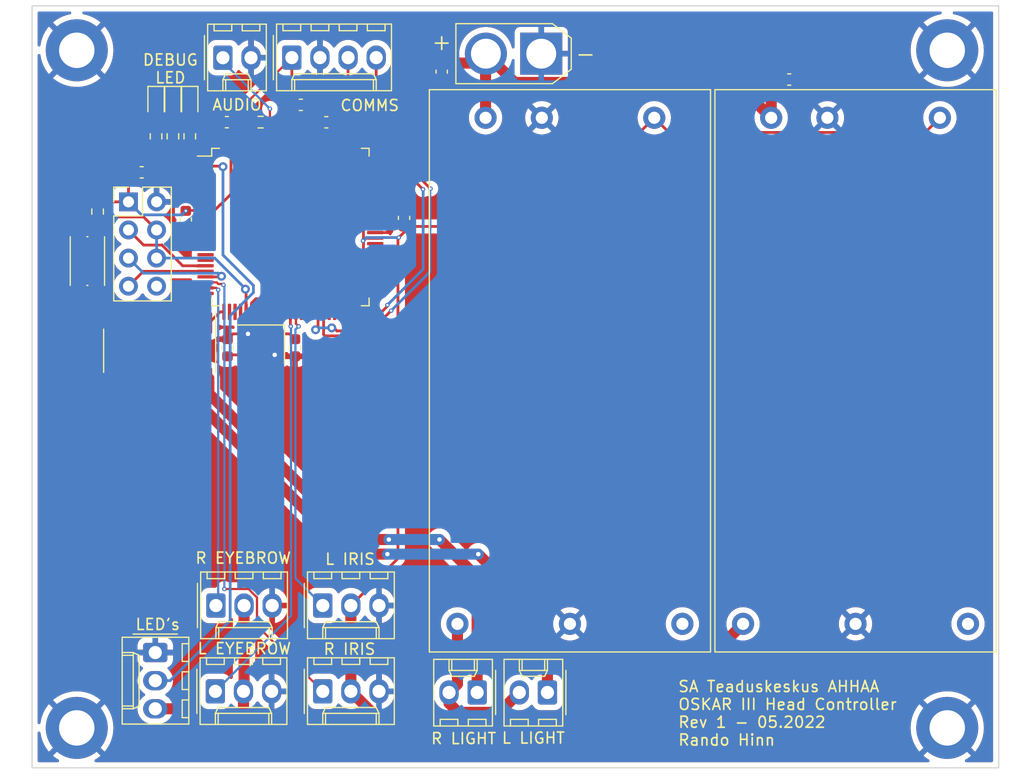
<source format=kicad_pcb>
(kicad_pcb (version 20211014) (generator pcbnew)
  (layers (0 "F.Cu" signal) (31 "B.Cu" signal) (34 "B.Paste" user) (35 "F.Paste" user) (36 "B.SilkS" user "B.Silkscreen") (37 "F.SilkS" user "F.Silkscreen") (38 "B.Mask" user) (39 "F.Mask" user) (44 "Edge.Cuts" user))
  (net 0 "")
  (net 2 "Net-(J7-Pad1)")
  (net 3 "Net-(U1-Pad3)")
  (net 8 "+5V")
  (net 9 "GND")
  (net 18 "/PX_LED")
  (net 19 "/SCK")
  (net 20 "/R_IRIS")
  (net 21 "/R_BROW")
  (net 22 "/L_LIGHT_PWM")
  (net 26 "/RESET")
  (net 27 "/XTAL2")
  (net 28 "/XTAL1")
  (net 32 "/L_BROW")
  (net 33 "/L_IRIS")
  (net 37 "/MOSI")
  (net 38 "/MISO")
  (net 87 "/SCL")
  (net 88 "/R_LIGHT_PWM")
  (net 100 "/R_LIGHT")
  (net 101 "/L_LIGHT")
  (net 102 "/SDA")
  (net 103 "/A_IN")
  (net 104 "+15V")
  (net 107 "Net-(D1-Pad2)")
  (net 108 "+48V")
  (net 110 "Net-(D2-Pad2)")
  (net 111 "Net-(U1-Pad5)")
  (net 112 "Net-(D3-Pad2)")
  (net 113 "Net-(U1-Pad4)")
  (footprint "Connector_Molex:Molex_KK-254_AE-6410-03A_1x03_P2.54mm_Vertical" (layer "F.Cu") (at 121.138 105.0544 -90)
    (fp_text reference "J5" hide)
    (fp_text value "Conn_01x03_Male")
  )
  (footprint "Oskar:MPRB4812LD-30W" (layer "F.Cu") (at 158.2976 79.6036 -90)
    (fp_text reference "U3" hide)
    (fp_text value "MPRB4815LD-30W")
  )
  (footprint "MountingHole:MountingHole_3.2mm_M3_DIN965_Pad_TopBottom" (layer "F.Cu") (at 114.046 50.6476)
    (fp_text reference "H2" hide)
    (fp_text value "MountingHole_Pad")
  )
  (footprint "Capacitor_SMD:C_0603_1608Metric" (layer "F.Cu") (at 127.66489 77.51905 -90)
    (fp_text reference "C8" hide)
    (fp_text value "TBD")
  )
  (footprint "Connector_Molex:Molex_KK-254_AE-6410-03A_1x03_P2.54mm_Vertical" (layer "F.Cu") (at 136.27044 100.8072)
    (fp_text reference "M1" hide)
    (fp_text value "Motor_Servo")
  )
  (footprint "LED_SMD:LED_0603_1608Metric" (layer "F.Cu") (at 122.7328 55.3973 -90)
    (fp_text reference "D2" hide)
    (fp_text value "LED_Small")
  )
  (footprint "Capacitor_SMD:C_0603_1608Metric" (layer "F.Cu") (at 123.89649 65.92865 90)
    (fp_text reference "C2" hide)
    (fp_text value "10u")
  )
  (footprint "Capacitor_SMD:C_0603_1608Metric" (layer "F.Cu") (at 119.91284 61.6712 180)
    (fp_text reference "C4" hide)
    (fp_text value "10u")
  )
  (footprint "Connector_Molex:Molex_KK-254_AE-6410-02A_1x02_P2.54mm_Vertical" (layer "F.Cu") (at 156.5656 108.6612 180)
    (fp_text reference "J3" hide)
    (fp_text value "Conn_01x02_Male")
  )
  (footprint "Connector_Molex:Molex_KK-254_AE-6410-03A_1x03_P2.54mm_Vertical" (layer "F.Cu") (at 136.27044 108.5596)
    (fp_text reference "M3" hide)
    (fp_text value "Motor_Servo")
  )
  (footprint "Capacitor_SMD:C_0603_1608Metric" (layer "F.Cu") (at 133.76089 77.51905 90)
    (fp_text reference "C7" hide)
    (fp_text value "TBD")
  )
  (footprint "LED_SMD:LED_0603_1608Metric" (layer "F.Cu") (at 124.2568 55.3974 -90)
    (fp_text reference "D1" hide)
    (fp_text value "LED_Small")
  )
  (footprint "Connector_Molex:Molex_KK-254_AE-6410-02A_1x02_P2.54mm_Vertical" (layer "F.Cu") (at 127.24929 51.31825)
    (fp_text reference "J7" hide)
    (fp_text value "Conn_01x02_Male")
  )
  (footprint "Capacitor_SMD:C_0603_1608Metric" (layer "F.Cu") (at 136.5882 57.15)
    (fp_text reference "C3" hide)
    (fp_text value "10u")
  )
  (footprint "Connector_Molex:Molex_KK-254_AE-6410-02A_1x02_P2.54mm_Vertical" (layer "F.Cu") (at 150.2156 108.6612 180)
    (fp_text reference "J4" hide)
    (fp_text value "Conn_01x02_Male")
  )
  (footprint "Resistor_SMD:R_0603_1608Metric" (layer "F.Cu") (at 124.2568 58.42 90)
    (fp_text reference "R3" hide)
    (fp_text value "R_Small")
  )
  (footprint "Capacitor_SMD:C_0603_1608Metric" (layer "F.Cu") (at 178.4096 53.2892 180)
    (fp_text reference "C11" hide)
    (fp_text value "10u")
  )
  (footprint "Capacitor_SMD:C_0603_1608Metric" (layer "F.Cu") (at 127.60489 57.14025)
    (fp_text reference "C6" hide)
    (fp_text value "10u")
  )
  (footprint "Connector_Molex:Molex_KK-254_AE-6410-03A_1x03_P2.54mm_Vertical" (layer "F.Cu") (at 126.61844 100.8072)
    (fp_text reference "M4" hide)
    (fp_text value "Motor_Servo")
  )
  (footprint "Resistor_SMD:R_0603_1608Metric" (layer "F.Cu") (at 121.2088 58.42 90)
    (fp_text reference "R5" hide)
    (fp_text value "R_Small")
  )
  (footprint "MountingHole:MountingHole_3.2mm_M3_DIN965_Pad_TopBottom" (layer "F.Cu") (at 192.6844 50.6476)
    (fp_text reference "H4" hide)
    (fp_text value "MountingHole_Pad")
  )
  (footprint "Crystal:Crystal_SMD_SeikoEpson_FA238V-4Pin_3.2x2.5mm" (layer "F.Cu") (at 130.71289 77.21425 180)
    (fp_text reference "Y1" hide)
    (fp_text value "16 MHz")
  )
  (footprint "LED_SMD:LED_0603_1608Metric" (layer "F.Cu") (at 121.2088 55.3973 -90)
    (fp_text reference "D3" hide)
    (fp_text value "LED_Small")
  )
  (footprint "Capacitor_SMD:C_0603_1608Metric" (layer "F.Cu") (at 143.6116 65.786 -90)
    (fp_text reference "C1" hide)
    (fp_text value "10u")
  )
  (footprint "MountingHole:MountingHole_3.2mm_M3_DIN965_Pad_TopBottom" (layer "F.Cu") (at 114.046 111.8616)
    (fp_text reference "H1" hide)
    (fp_text value "MountingHole_Pad")
  )
  (footprint "Resistor_SMD:R_0603_1608Metric" (layer "F.Cu") (at 130.65289 57.14025 180)
    (fp_text reference "R2" hide)
    (fp_text value "R_Small")
  )
  (footprint "Connector_Molex:Molex_KK-254_AE-6410-03A_1x03_P2.54mm_Vertical" (layer "F.Cu") (at 126.56764 108.5596)
    (fp_text reference "M2" hide)
    (fp_text value "Motor_Servo")
  )
  (footprint "Capacitor_SMD:C_0603_1608Metric" (layer "F.Cu") (at 147.0152 52.578 90)
    (fp_text reference "C9" hide)
    (fp_text value "10u")
  )
  (footprint "Capacitor_SMD:C_0603_1608Metric" (layer "F.Cu") (at 134.28924 55.5752 180)
    (fp_text reference "C10" hide)
    (fp_text value "10u")
  )
  (footprint "Connector_PinHeader_2.54mm:PinHeader_2x04_P2.54mm_Vertical" (layer "F.Cu") (at 118.717945 64.33845)
    (fp_text reference "J1" hide)
    (fp_text value "Conn_02x04_Odd_Even")
  )
  (footprint "MountingHole:MountingHole_3.2mm_M3_DIN965_Pad_TopBottom" (layer "F.Cu") (at 192.6844 111.8616)
    (fp_text reference "H3" hide)
    (fp_text value "MountingHole_Pad")
  )
  (footprint "Connector_AMASS:AMASS_XT30U-M_1x02_P5.0mm_Vertical" (layer "F.Cu") (at 156.0068 50.9524 180)
    (fp_text reference "J2" hide)
    (fp_text value "Conn_01x02_Male")
  )
  (footprint "Resistor_SMD:R_0603_1608Metric" (layer "F.Cu") (at 122.7328 58.42 90)
    (fp_text reference "R4" hide)
    (fp_text value "R_Small")
  )
  (footprint "Package_QFP:TQFP-100_14x14mm_P0.5mm" (layer "F.Cu") (at 133.34529 66.61445)
    (fp_text reference "U1" hide)
    (fp_text value "ATmega2560-16A")
  )
  (footprint "Package_SO:SOP-16_3.9x9.9mm_P1.27mm" (layer "F.Cu") (at 121.53429 77.79045 -90)
    (fp_text reference "U2" hide)
    (fp_text value "ULN2003A")
  )
  (footprint "Connector_Molex:Molex_KK-254_AE-6410-04A_1x04_P2.54mm_Vertical" (layer "F.Cu") (at 133.47644 51.308)
    (fp_text reference "J6" hide)
    (fp_text value "Conn_01x04_Male")
  )
  (footprint "Button_Switch_SMD:SW_Push_1P1T_NO_CK_KMR2" (layer "F.Cu") (at 115.00649 69.68785 90)
    (fp_text reference "SW1" hide)
    (fp_text value "SW_Push")
  )
  (footprint "Oskar:MPRB4812LD-30W" (layer "F.Cu") (at 184.0992 79.6036 -90)
    (fp_text reference "U4" hide)
    (fp_text value "MPRB4805LD-30W")
  )
  (footprint "Resistor_SMD:R_0603_1608Metric" (layer "F.Cu") (at 115.928945 65.21745 -90)
    (fp_text reference "R1" hide)
    (fp_text value "10k")
  )
  (gr_rect (start 110.0074 46.6344) (end 197.3326 115.4684) (layer "Edge.Cuts") (width 0.1) (fill none))
  (gr_text "L LIGHT" (at 155.2956 112.776) (layer "F.SilkS") (effects (font (size 1 1))))
  (gr_text "LED's" (at 121.3612 102.5144) (layer "F.SilkS") (effects (font (size 1 1))))
  (gr_text "AUDIO" (at 128.524 55.5752) (layer "F.SilkS") (effects (font (size 1 1))))
  (gr_text "R LIGHT" (at 148.9964 112.8268) (layer "F.SilkS") (effects (font (size 1 1))))
  (gr_text "R IRIS" (at 138.684 104.7496) (layer "F.SilkS") (effects (font (size 1 1))))
  (gr_text "SA Teaduskeskus AHHAA\nOSKAR III Head Controller\nRev 1 - 05.2022\nRando Hinn" (at 168.3004 110.5408) (layer "F.SilkS") (effects (font (size 1 1)) (justify left)))
  (gr_text "COMMS" (at 140.5128 55.626) (layer "F.SilkS") (effects (font (size 1 1))))
  (gr_text "L IRIS" (at 138.7348 96.6216) (layer "F.SilkS") (effects (font (size 1 1))))
  (gr_text "L EYEBROW" (at 129.1844 104.6988) (layer "F.SilkS") (effects (font (size 1 1))))
  (gr_text "R EYEBROW" (at 129.0828 96.52) (layer "F.SilkS") (effects (font (size 1 1))))
  (gr_text "DEBUG\nLED" (at 122.5042 52.324) (layer "F.SilkS") (effects (font (size 1 1))))
  (segment (start 131.49524 55.9308) (end 131.49524 57.1229) (width 0.2) (layer "F.Cu") (net 2))
  (segment (start 127.26149 51.33045) (end 127.24929 51.31825) (width 0.25) (layer "F.Cu") (net 2))
  (segment (start 131.49524 57.1229) (end 131.47789 57.14025) (width 0.2) (layer "F.Cu") (net 2))
  (via (at 131.49524 55.9308) (size 0.4) (drill 0.2) (layers "F.Cu" "B.Cu") (net 2))
  (segment (start 127.24929 51.31825) (end 127.24929 51.68485) (width 0.2) (layer "B.Cu") (net 2))
  (segment (start 127.24929 51.68485) (end 131.49524 55.9308) (width 0.2) (layer "B.Cu") (net 2))
  (segment (start 124.2568 60.990966) (end 124.880284 61.61445) (width 0.25) (layer "F.Cu") (net 3))
  (segment (start 124.2568 59.245) (end 124.2568 60.990966) (width 0.25) (layer "F.Cu") (net 3))
  (segment (start 124.880284 61.61445) (end 125.68279 61.61445) (width 0.25) (layer "F.Cu") (net 3))
  (segment (start 166.2176 56.7436) (end 156.4002 66.561) (width 0.25) (layer "F.Cu") (net 8))
  (segment (start 139.94577 67.873964) (end 139.94577 72.78313) (width 0.25) (layer "F.Cu") (net 8))
  (segment (start 139.94577 60.28633) (end 139.84769 60.18825) (width 0.25) (layer "F.Cu") (net 8))
  (segment (start 129.5172 111.65524) (end 141.90608 111.65524) (width 1) (layer "F.Cu") (net 8))
  (segment (start 127.978511 63.639089) (end 127.978511 60.266789) (width 0.25) (layer "F.Cu") (net 8))
  (segment (start 124.26164 110.1344) (end 121.138 110.1344) (width 1) (layer "F.Cu") (net 8))
  (segment (start 140.205284 67.61445) (end 139.94577 67.873964) (width 0.25) (layer "F.Cu") (net 8))
  (segment (start 123.89649 65.15365) (end 123.93569 65.11445) (width 0.25) (layer "F.Cu") (net 8))
  (segment (start 128.34529 59.754456) (end 128.34529 58.95195) (width 0.25) (layer "F.Cu") (net 8))
  (segment (start 130.228284 73.09145) (end 129.84529 73.474444) (width 0.25) (layer "F.Cu") (net 8))
  (segment (start 128.779084 60.18825) (end 128.05705 60.18825) (width 0.25) (layer "F.Cu") (net 8))
  (segment (start 141.00779 67.61445) (end 140.205284 67.61445) (width 0.25) (layer "F.Cu") (net 8))
  (segment (start 125.78248 111.65524) (end 129.5172 111.65524) (width 1) (layer "F.Cu") (net 8))
  (segment (start 115.928945 64.39245) (end 115.982945 64.33845) (width 0.25) (layer "F.Cu") (net 8))
  (segment (start 129.15844 100.8072) (end 129.15844 108.5088) (width 1) (layer "F.Cu") (net 8))
  (segment (start 128.779084 60.18825) (end 128.34529 59.754456) (width 0.25) (layer "F.Cu") (net 8))
  (segment (start 138.81044 100.8072) (end 143.06228 96.55536) (width 0.25) (layer "F.Cu") (net 8))
  (segment (start 129.84529 73.474444) (end 129.84529 74.27695) (width 0.25) (layer "F.Cu") (net 8))
  (segment (start 143.06228 67.63898) (end 143.13726 67.564) (width 0.25) (layer "F.Cu") (net 8))
  (segment (start 137.34529 59.754456) (end 137.34529 58.95195) (width 0.25) (layer "F.Cu") (net 8))
  (segment (start 133.47644 51.308) (end 133.47644 55.5374) (width 0.25) (layer "F.Cu") (net 8))
  (segment (start 129.10764 111.24568) (end 129.5172 111.65524) (width 1) (layer "F.Cu") (net 8))
  (segment (start 126.99529 64.604456) (end 127.013144 64.604456) (width 0.25) (layer "F.Cu") (net 8))
  (segment (start 139.94577 67.873964) (end 139.94577 60.28633) (width 0.25) (layer "F.Cu") (net 8))
  (segment (start 139.64449 73.09145) (end 130.228284 73.09145) (width 0.25) (layer "F.Cu") (net 8))
  (segment (start 127.013144 64.604456) (end 127.978511 63.639089) (width 0.25) (layer "F.Cu") (net 8))
  (segment (start 128.34529 57.17485) (end 128.37989 57.14025) (width 0.25) (layer "F.Cu") (net 8))
  (segment (start 123.537179 65.512961) (end 123.89649 65.15365) (width 0.25) (layer "F.Cu") (net 8))
  (segment (start 115.982945 64.33845) (end 118.717945 64.33845) (width 0.25) (layer "F.Cu") (net 8))
  (segment (start 118.717945 64.33845) (end 118.717945 62.091095) (width 0.25) (layer "F.Cu") (net 8))
  (segment (start 125.68279 65.11445) (end 126.485296 65.11445) (width 0.25) (layer "F.Cu") (net 8))
  (segment (start 123.93569 65.11445) (end 125.68279 65.11445) (width 0.25) (layer "F.Cu") (net 8))
  (segment (start 138.81044 100.8072) (end 138.81044 108.5596) (width 1) (layer "F.Cu") (net 8))
  (segment (start 127.34529 59.754456) (end 127.779084 60.18825) (width 0.25) (layer "F.Cu") (net 8))
  (segment (start 128.34529 58.95195) (end 128.34529 57.17485) (width 0.25) (layer "F.Cu") (net 8))
  (segment (start 133.47644 55.5374) (end 133.51424 55.5752) (width 0.25) (layer "F.Cu") (net 8))
  (segment (start 139.84769 60.18825) (end 137.779084 60.18825) (width 0.25) (layer "F.Cu") (net 8))
  (segment (start 128.37989 56.40455) (end 133.47644 51.308) (width 0.2) (layer "F.Cu") (net 8))
  (segment (start 165.04756 111.65524) (end 174.2392 102.4636) (width 1) (layer "F.Cu") (net 8))
  (segment (start 137.34529 58.95195) (end 137.34529 57.16791) (width 0.25) (layer "F.Cu") (net 8))
  (segment (start 127.779084 60.18825) (end 128.05705 60.18825) (width 0.25) (layer "F.Cu") (net 8))
  (segment (start 118.717945 62.091095) (end 119.13784 61.6712) (width 0.25) (layer "F.Cu") (net 8))
  (segment (start 138.81044 108.5596) (end 141.90608 111.65524) (width 1) (layer "F.Cu") (net 8))
  (segment (start 127.978511 60.266789) (end 128.05705 60.18825) (width 0.25) (layer "F.Cu") (net 8))
  (segment (start 128.37989 57.14025) (end 128.37989 56.40455) (width 0.2) (layer "F.Cu") (net 8))
  (segment (start 139.94929 72.78665) (end 139.64449 73.09145) (width 0.25) (layer "F.Cu") (net 8))
  (segment (start 126.485296 65.11445) (end 126.99529 64.604456) (width 0.25) (layer "F.Cu") (net 8))
  (segment (start 143.06228 96.55536) (end 143.06228 67.63898) (width 0.25) (layer "F.Cu") (net 8))
  (segment (start 139.94577 72.78313) (end 139.94929 72.78665) (width 0.25) (layer "F.Cu") (net 8))
  (segment (start 156.4002 66.561) (end 143.6116 66.561) (width 0.25) (layer "F.Cu") (net 8))
  (segment (start 127.34529 58.95195) (end 127.34529 59.754456) (width 0.25) (layer "F.Cu") (net 8))
  (segment (start 190.694689 58.068111) (end 167.542111 58.068111) (width 0.25) (layer "F.Cu") (net 8))
  (segment (start 129.10764 108.5596) (end 129.10764 111.24568) (width 1) (layer "F.Cu") (net 8))
  (segment (start 137.34529 57.16791) (end 137.3632 57.15) (width 0.25) (layer "F.Cu") (net 8))
  (segment (start 143.6116 66.561) (end 143.6116 67.08966) (width 0.25) (layer "F.Cu") (net 8))
  (segment (start 143.6116 67.08966) (end 143.13726 67.564) (width 0.25) (layer "F.Cu") (net 8))
  (segment (start 167.542111 58.068111) (end 166.2176 56.7436) (width 0.25) (layer "F.Cu") (net 8))
  (segment (start 137.779084 60.18825) (end 128.779084 60.18825) (width 0.25) (layer "F.Cu") (net 8))
  (segment (start 141.90608 111.65524) (end 165.04756 111.65524) (width 1) (layer "F.Cu") (net 8))
  (segment (start 137.779084 60.18825) (end 137.34529 59.754456) (width 0.25) (layer "F.Cu") (net 8))
  (segment (start 125.78248 111.65524) (end 124.26164 110.1344) (width 1) (layer "F.Cu") (net 8))
  (segment (start 129.15844 108.5088) (end 129.10764 108.5596) (width 1) (layer "F.Cu") (net 8))
  (segment (start 192.0192 56.7436) (end 190.694689 58.068111) (width 0.25) (layer "F.Cu") (net 8))
  (via blind (at 143.13726 67.564) (size 0.4) (drill 0.2) (layers "F.Cu" "B.Cu") (net 8))
  (via (at 123.89649 65.15365) (size 0.4) (drill 0.2) (layers "F.Cu" "B.Cu") (net 8))
  (via blind (at 139.906909 67.857867) (size 0.4) (drill 0.2) (layers "F.Cu" "B.Cu") (net 8))
  (segment (start 123.537179 65.512961) (end 123.89649 65.15365) (width 0.25) (layer "B.Cu") (net 8))
  (segment (start 143.13726 67.564) (end 140.200776 67.564) (width 0.25) (layer "B.Cu") (net 8))
  (segment (start 140.200776 67.564) (end 139.906909 67.857867) (width 0.25) (layer "B.Cu") (net 8))
  (segment (start 118.717945 64.33845) (end 119.892456 65.512961) (width 0.25) (layer "B.Cu") (net 8))
  (segment (start 119.892456 65.512961) (end 123.537179 65.512961) (width 0.25) (layer "B.Cu") (net 8))
  (segment (start 121.257945 62.241305) (end 121.257945 64.33845) (width 0.25) (layer "F.Cu") (net 9))
  (segment (start 130.34529 74.27695) (end 130.34529 75.43185) (width 0.25) (layer "F.Cu") (net 9))
  (segment (start 135.06424 56.40104) (end 135.8132 57.15) (width 0.25) (layer "F.Cu") (net 9))
  (segment (start 123.89649 66.598244) (end 124.880284 65.61445) (width 0.25) (layer "F.Cu") (net 9))
  (segment (start 127.84529 58.149444) (end 127.84529 58.95195) (width 0.25) (layer "F.Cu") (net 9))
  (segment (start 133.76089 78.29405) (end 131.54269 78.29405) (width 0.25) (layer "F.Cu") (net 9))
  (segment (start 126.82989 57.14025) (end 126.836096 57.14025) (width 0.25) (layer "F.Cu") (net 9))
  (segment (start 123.89649 66.70365) (end 123.89649 66.598244) (width 0.25) (layer "F.Cu") (net 9))
  (segment (start 124.880284 65.61445) (end 125.68279 65.61445) (width 0.25) (layer "F.Cu") (net 9))
  (segment (start 126.836096 57.14025) (end 127.84529 58.149444) (width 0.25) (layer "F.Cu") (net 9))
  (segment (start 130.34529 75.43185) (end 129.51289 76.26425) (width 0.25) (layer "F.Cu") (net 9))
  (segment (start 142.13075 67.11445) (end 142.13075 66.49185) (width 0.25) (layer "F.Cu") (net 9))
  (segment (start 136.84529 58.95195) (end 136.84529 58.149444) (width 0.25) (layer "F.Cu") (net 9))
  (segment (start 129.51289 76.26425) (end 128.14469 76.26425) (width 0.25) (layer "F.Cu") (net 9))
  (segment (start 136.84529 58.149444) (end 135.845846 57.15) (width 0.25) (layer "F.Cu") (net 9))
  (segment (start 131.91289 78.16425) (end 131.92589 78.16425) (width 0.25) (layer "F.Cu") (net 9))
  (segment (start 120.68784 61.6712) (end 121.257945 62.241305) (width 0.25) (layer "F.Cu") (net 9))
  (segment (start 135.845846 57.15) (end 135.8132 57.15) (width 0.25) (layer "F.Cu") (net 9))
  (segment (start 135.06424 55.5752) (end 135.06424 56.40104) (width 0.25) (layer "F.Cu") (net 9))
  (segment (start 142.13075 66.49185) (end 143.6116 65.011) (width 0.25) (layer "F.Cu") (net 9))
  (segment (start 128.14469 76.26425) (end 127.66489 76.74405) (width 0.25) (layer "F.Cu") (net 9))
  (segment (start 141.00779 67.11445) (end 142.13075 67.11445) (width 0.25) (layer "F.Cu") (net 9))
  (via (at 131.92589 78.16425) (size 0.8) (drill 0.4) (layers "F.Cu" "B.Cu") (net 9))
  (via (at 129.51289 76.26425) (size 0.8) (drill 0.4) (layers "F.Cu" "B.Cu") (net 9))
  (segment (start 131.92589 78.16425) (end 131.41289 78.16425) (width 0.25) (layer "B.Cu") (net 9))
  (segment (start 131.41289 78.16425) (end 129.51289 76.26425) (width 0.25) (layer "B.Cu") (net 9))
  (segment (start 125.68279 61.11445) (end 127.20525 61.11445) (width 0.25) (layer "F.Cu") (net 18))
  (segment (start 127.20525 61.11445) (end 127.254 61.1632) (width 0.25) (layer "F.Cu") (net 18))
  (via blind (at 127.254 61.1632) (size 0.8) (drill 0.4) (layers "F.Cu" "B.Cu") (net 18))
  (segment (start 130.005801 71.890601) (end 130.005801 72.527953) (width 0.25) (layer "B.Cu") (net 18))
  (segment (start 123.5964 106.4768) (end 122.91312 107.16008) (width 0.25) (layer "B.Cu") (net 18))
  (segment (start 127.254 61.1632) (end 127.254 69.1388) (width 0.25) (layer "B.Cu") (net 18))
  (segment (start 127.904951 102.168249) (end 123.5964 106.4768) (width 0.25) (layer "B.Cu") (net 18))
  (segment (start 121.138 107.5944) (end 122.4788 107.5944) (width 0.25) (layer "B.Cu") (net 18))
  (segment (start 127.904951 74.628803) (end 127.904951 102.168249) (width 0.25) (layer "B.Cu") (net 18))
  (segment (start 130.005801 72.527953) (end 127.904951 74.628803) (width 0.25) (layer "B.Cu") (net 18))
  (segment (start 122.4788 107.5944) (end 123.5964 106.4768) (width 0.25) (layer "B.Cu") (net 18))
  (segment (start 127.254 69.1388) (end 130.005801 71.890601) (width 0.25) (layer "B.Cu") (net 18))
  (segment (start 123.614955 70.11445) (end 125.32719 70.11445) (width 0.25) (layer "F.Cu") (net 19))
  (segment (start 118.717945 66.87845) (end 120.083434 68.243939) (width 0.25) (layer "F.Cu") (net 19))
  (segment (start 120.083434 68.243939) (end 121.744444 68.243939) (width 0.25) (layer "F.Cu") (net 19))
  (segment (start 124.880284 70.11445) (end 125.68279 70.11445) (width 0.25) (layer "F.Cu") (net 19))
  (segment (start 121.744444 68.243939) (end 123.614955 70.11445) (width 0.25) (layer "F.Cu") (net 19))
  (segment (start 136.27044 108.5596) (end 130.32796 102.61712) (width 0.2) (layer "F.Cu") (net 20))
  (segment (start 130.32796 102.61712) (end 130.32796 100.07712) (width 0.2) (layer "F.Cu") (net 20))
  (segment (start 127.216207 71.758961) (end 127.296899 71.839653) (width 0.2) (layer "F.Cu") (net 20))
  (segment (start 126.832542 71.758961) (end 127.216207 71.758961) (width 0.2) (layer "F.Cu") (net 20))
  (segment (start 130.32796 100.07712) (end 129.56484 99.314) (width 0.2) (layer "F.Cu") (net 20))
  (segment (start 126.688031 71.61445) (end 126.832542 71.758961) (width 0.2) (layer "F.Cu") (net 20))
  (segment (start 129.56484 99.314) (end 127.38044 99.314) (width 0.2) (layer "F.Cu") (net 20))
  (segment (start 125.68279 71.61445) (end 126.688031 71.61445) (width 0.2) (layer "F.Cu") (net 20))
  (via blind (at 127.296899 71.839653) (size 0.4) (drill 0.2) (layers "F.Cu" "B.Cu") (net 20))
  (via (at 127.38044 99.314) (size 0.4) (drill 0.2) (layers "F.Cu" "B.Cu") (net 20))
  (segment (start 127.38044 99.314) (end 127.38044 71.923194) (width 0.2) (layer "B.Cu") (net 20))
  (segment (start 127.38044 71.923194) (end 127.296899 71.839653) (width 0.2) (layer "B.Cu") (net 20))
  (segment (start 126.64769 72.11445) (end 126.82164 72.2884) (width 0.2) (layer "F.Cu") (net 21))
  (segment (start 125.68279 72.11445) (end 126.64769 72.11445) (width 0.2) (layer "F.Cu") (net 21))
  (via blind (at 126.82164 72.2884) (size 0.4) (drill 0.2) (layers "F.Cu" "B.Cu") (net 21))
  (segment (start 126.82164 100.604) (end 126.61844 100.8072) (width 0.2) (layer "B.Cu") (net 21))
  (segment (start 126.82164 72.2884) (end 126.82164 100.604) (width 0.2) (layer "B.Cu") (net 21))
  (segment (start 124.70929 73.58795) (end 125.68279 72.61445) (width 0.25) (layer "F.Cu") (net 22))
  (segment (start 124.70929 75.29045) (end 124.70929 73.58795) (width 0.25) (layer "F.Cu") (net 22))
  (segment (start 115.928945 66.04245) (end 115.928945 67.515395) (width 0.25) (layer "F.Cu") (net 26))
  (segment (start 120.083434 65.703939) (end 121.257945 66.87845) (width 0.25) (layer "F.Cu") (net 26))
  (segment (start 129.28129 72.22785) (end 129.34529 72.29185) (width 0.25) (layer "F.Cu") (net 26))
  (segment (start 115.80649 67.63785) (end 115.80649 71.73785) (width 0.25) (layer "F.Cu") (net 26))
  (segment (start 129.34529 72.29185) (end 129.34529 74.27695) (width 0.25) (layer "F.Cu") (net 26))
  (segment (start 116.267456 65.703939) (end 120.083434 65.703939) (width 0.25) (layer "F.Cu") (net 26))
  (segment (start 115.928945 67.515395) (end 115.80649 67.63785) (width 0.25) (layer "F.Cu") (net 26))
  (segment (start 115.928945 66.04245) (end 116.267456 65.703939) (width 0.25) (layer "F.Cu") (net 26))
  (via blind (at 129.28129 72.22785) (size 0.8) (drill 0.4) (layers "F.Cu" "B.Cu") (net 26))
  (segment (start 129.30345 72.215996) (end 129.293144 72.215996) (width 0.25) (layer "B.Cu") (net 26))
  (segment (start 121.257945 69.41845) (end 126.505904 69.41845) (width 0.25) (layer "B.Cu") (net 26))
  (segment (start 121.257945 66.87845) (end 121.257945 69.41845) (width 0.25) (layer "B.Cu") (net 26))
  (segment (start 126.505904 69.41845) (end 129.30345 72.215996) (width 0.25) (layer "B.Cu") (net 26))
  (segment (start 129.293144 72.215996) (end 129.28129 72.22785) (width 0.25) (layer "B.Cu") (net 26))
  (segment (start 130.84529 76.83185) (end 129.51289 78.16425) (width 0.25) (layer "F.Cu") (net 27))
  (segment (start 127.79469 78.16425) (end 127.66489 78.29405) (width 0.25) (layer "F.Cu") (net 27))
  (segment (start 130.84529 74.27695) (end 130.84529 76.83185) (width 0.25) (layer "F.Cu") (net 27))
  (segment (start 129.51289 78.16425) (end 127.79469 78.16425) (width 0.25) (layer "F.Cu") (net 27))
  (segment (start 131.34529 74.27695) (end 131.34529 75.69665) (width 0.25) (layer "F.Cu") (net 28))
  (segment (start 133.28109 76.26425) (end 133.76089 76.74405) (width 0.25) (layer "F.Cu") (net 28))
  (segment (start 131.34529 75.69665) (end 131.91289 76.26425) (width 0.25) (layer "F.Cu") (net 28))
  (segment (start 131.91289 76.26425) (end 133.28109 76.26425) (width 0.25) (layer "F.Cu") (net 28))
  (segment (start 133.34529 74.27695) (end 133.34529 75.56085) (width 0.25) (layer "F.Cu") (net 32))
  (segment (start 133.34529 75.56085) (end 133.37484 75.5904) (width 0.25) (layer "F.Cu") (net 32))
  (via (at 133.37484 75.5904) (size 0.4) (drill 0.2) (layers "F.Cu" "B.Cu") (net 32))
  (segment (start 133.39984 75.6154) (end 133.37484 75.5904) (width 0.2) (layer "B.Cu") (net 32))
  (segment (start 133.39984 101.7274) (end 133.39984 75.6154) (width 0.2) (layer "B.Cu") (net 32))
  (segment (start 126.56764 108.204) (end 126.56764 108.5596) (width 0.25) (layer "B.Cu") (net 32))
  (segment (start 126.56764 108.5596) (end 133.39984 101.7274) (width 0.2) (layer "B.Cu") (net 32))
  (segment (start 133.84529 75.34965) (end 134.08604 75.5904) (width 0.2) (layer "F.Cu") (net 33))
  (segment (start 133.84529 74.27695) (end 133.84529 75.34965) (width 0.2) (layer "F.Cu") (net 33))
  (via (at 134.08604 75.5904) (size 0.4) (drill 0.2) (layers "F.Cu" "B.Cu") (net 33))
  (segment (start 134.08604 75.5904) (end 133.79936 75.87708) (width 0.2) (layer "B.Cu") (net 33))
  (segment (start 133.79936 98.33612) (end 136.27044 100.8072) (width 0.2) (layer "B.Cu") (net 33))
  (segment (start 133.79936 75.87708) (end 133.79936 98.33612) (width 0.2) (layer "B.Cu") (net 33))
  (segment (start 120.061945 70.61445) (end 125.32719 70.61445) (width 0.25) (layer "F.Cu") (net 37))
  (segment (start 118.717945 71.95845) (end 120.061945 70.61445) (width 0.25) (layer "F.Cu") (net 37))
  (segment (start 127.06729 71.11445) (end 125.68279 71.11445) (width 0.25) (layer "F.Cu") (net 38))
  (segment (start 127.12229 71.05945) (end 127.06729 71.11445) (width 0.25) (layer "F.Cu") (net 38))
  (via blind (at 127.12229 71.05945) (size 0.8) (drill 0.4) (layers "F.Cu" "B.Cu") (net 38))
  (segment (start 120.083434 70.783939) (end 126.846779 70.783939) (width 0.25) (layer "B.Cu") (net 38))
  (segment (start 126.846779 70.783939) (end 127.12229 71.05945) (width 0.25) (layer "B.Cu") (net 38))
  (segment (start 118.717945 69.41845) (end 120.083434 70.783939) (width 0.25) (layer "B.Cu") (net 38))
  (segment (start 142.16324 60.050196) (end 145.323522 63.210478) (width 0.25) (layer "F.Cu") (net 87))
  (segment (start 135.62079 75.8952) (end 135.84529 75.6707) (width 0.25) (layer "F.Cu") (net 87))
  (segment (start 138.55644 51.308) (end 138.55644 56.4388) (width 0.25) (layer "F.Cu") (net 87))
  (segment (start 142.16324 60.0456) (end 142.16324 61.39124) (width 0.25) (layer "F.Cu") (net 87))
  (segment (start 137.54044 75.9968) (end 137.26546 75.72182) (width 0.25) (layer "F.Cu") (net 87))
  (segment (start 142.16324 73.7108) (end 139.87724 75.9968) (width 0.25) (layer "F.Cu") (net 87))
  (segment (start 135.84529 75.6707) (end 135.84529 74.27695) (width 0.25) (layer "F.Cu") (net 87))
  (segment (start 137.26546 75.72182) (end 137.08324 75.72182) (width 0.25) (layer "F.Cu") (net 87))
  (segment (start 138.55644 56.4388) (end 142.16324 60.0456) (width 0.25) (layer "F.Cu") (net 87))
  (segment (start 139.87724 75.9968) (end 137.54044 75.9968) (width 0.25) (layer "F.Cu") (net 87))
  (segment (start 142.16324 60.0456) (end 142.16324 60.050196) (width 0.25) (layer "F.Cu") (net 87))
  (via blind (at 145.323522 63.210478) (size 0.4) (drill 0.2) (layers "F.Cu" "B.Cu") (net 87))
  (via blind (at 142.110221 73.657781) (size 0.4) (drill 0.2) (layers "F.Cu" "B.Cu") (net 87))
  (via blind (at 135.62079 75.8952) (size 0.8) (drill 0.4) (layers "F.Cu" "B.Cu") (net 87))
  (via blind (at 137.08324 75.72182) (size 0.8) (drill 0.4) (layers "F.Cu" "B.Cu") (net 87))
  (segment (start 145.3388 70.429202) (end 142.110221 73.657781) (width 0.25) (layer "B.Cu") (net 87))
  (segment (start 145.3388 67.2592) (end 145.3388 70.429202) (width 0.25) (layer "B.Cu") (net 87))
  (segment (start 135.79417 75.72182) (end 135.62079 75.8952) (width 0.25) (layer "B.Cu") (net 87))
  (segment (start 145.3388 63.225756) (end 145.3388 67.2592) (width 0.25) (layer "B.Cu") (net 87))
  (segment (start 145.323522 63.210478) (end 145.3388 63.225756) (width 0.25) (layer "B.Cu") (net 87))
  (segment (start 137.08324 75.72182) (end 135.79417 75.72182) (width 0.25) (layer "B.Cu") (net 87))
  (segment (start 127.34529 74.27695) (end 126.99279 74.27695) (width 0.25) (layer "F.Cu") (net 88))
  (segment (start 126.99279 74.27695) (end 125.97929 75.29045) (width 0.25) (layer "F.Cu") (net 88))
  (segment (start 125.97929 80.29045) (end 125.97929 81.65685) (width 1) (layer "F.Cu") (net 100))
  (segment (start 146.812 94.8436) (end 150.2156 98.2472) (width 1) (layer "F.Cu") (net 100))
  (segment (start 126.21204 81.8896) (end 139.16604 94.8436) (width 1) (layer "F.Cu") (net 100))
  (segment (start 150.2156 98.2472) (end 150.2156 108.6612) (width 1) (layer "F.Cu") (net 100))
  (segment (start 125.97929 81.65685) (end 126.21204 81.8896) (width 1) (layer "F.Cu") (net 100))
  (segment (start 139.16604 94.8436) (end 142.23776 94.8436) (width 1) (layer "F.Cu") (net 100))
  (via blind (at 146.812 94.8436) (size 0.8) (drill 0.4) (layers "F.Cu" "B.Cu") (net 100))
  (via blind (at 142.23776 94.8436) (size 0.8) (drill 0.4) (layers "F.Cu" "B.Cu") (net 100))
  (segment (start 146.812 94.8436) (end 142.23776 94.8436) (width 1) (layer "B.Cu") (net 100))
  (segment (start 125.60244 83.1088) (end 138.65804 96.1644) (width 1) (layer "F.Cu") (net 101))
  (segment (start 124.70929 80.29045) (end 124.70929 82.21565) (width 1) (layer "F.Cu") (net 101))
  (segment (start 124.70929 82.21565) (end 125.60244 83.1088) (width 1) (layer "F.Cu") (net 101))
  (segment (start 150.3172 96.1644) (end 156.5656 102.4128) (width 1) (layer "F.Cu") (net 101))
  (segment (start 156.5656 102.4128) (end 156.5656 108.6612) (width 1) (layer "F.Cu") (net 101))
  (segment (start 138.65804 96.1644) (end 142.11244 96.1644) (width 1) (layer "F.Cu") (net 101))
  (via blind (at 142.11244 96.1644) (size 0.8) (drill 0.4) (layers "F.Cu" "B.Cu") (net 101))
  (via blind (at 150.3172 96.1644) (size 0.8) (drill 0.4) (layers "F.Cu" "B.Cu") (net 101))
  (segment (start 150.3172 96.1644) (end 142.11244 96.1644) (width 1) (layer "B.Cu") (net 101))
  (segment (start 145.9992 63.1444) (end 141.09644 58.24164) (width 0.25) (layer "F.Cu") (net 102))
  (segment (start 141.09644 58.24164) (end 141.09644 56.31124) (width 0.25) (layer "F.Cu") (net 102))
  (segment (start 140.169476 76.44632) (end 142.445498 74.170298) (width 0.25) (layer "F.Cu") (net 102))
  (segment (start 141.09644 51.308) (end 141.09644 56.31124) (width 0.25) (layer "F.Cu") (net 102))
  (segment (start 136.34529 74.27695) (end 136.34529 76.32565) (width 0.25) (layer "F.Cu") (net 102))
  (segment (start 136.46596 76.44632) (end 140.169476 76.44632) (width 0.25) (layer "F.Cu") (net 102))
  (segment (start 136.34529 76.32565) (end 136.46596 76.44632) (width 0.25) (layer "F.Cu") (net 102))
  (via blind (at 142.445498 74.170298) (size 0.4) (drill 0.2) (layers "F.Cu" "B.Cu") (net 102))
  (via blind (at 145.9992 63.1444) (size 0.4) (drill 0.2) (layers "F.Cu" "B.Cu") (net 102))
  (segment (start 145.9484 64.3636) (end 145.9484 66.802) (width 0.25) (layer "B.Cu") (net 102))
  (segment (start 145.9484 63.1952) (end 145.9484 66.802) (width 0.25) (layer "B.Cu") (net 102))
  (segment (start 145.9992 63.1444) (end 145.9484 63.1952) (width 0.25) (layer "B.Cu") (net 102))
  (segment (start 145.9484 66.802) (end 145.9484 70.667396) (width 0.25) (layer "B.Cu") (net 102))
  (segment (start 145.9484 70.667396) (end 142.445498 74.170298) (width 0.25) (layer "B.Cu") (net 102))
  (segment (start 128.84529 58.95195) (end 128.84529 58.12285) (width 0.25) (layer "F.Cu") (net 103))
  (segment (start 128.84529 58.12285) (end 129.82789 57.14025) (width 0.25) (layer "F.Cu") (net 103))
  (segment (start 147.6756 109.6264) (end 147.6756 108.6612) (width 1) (layer "F.Cu") (net 104))
  (segment (start 148.4376 102.4636) (end 148.4376 107.8992) (width 1) (layer "F.Cu") (net 104))
  (segment (start 148.50492 110.45572) (end 147.6756 109.6264) (width 1) (layer "F.Cu") (net 104))
  (segment (start 154.0256 108.6612) (end 152.23108 110.45572) (width 1) (layer "F.Cu") (net 104))
  (segment (start 148.4376 107.8992) (end 147.6756 108.6612) (width 1) (layer "F.Cu") (net 104))
  (segment (start 152.23108 110.45572) (end 148.50492 110.45572) (width 1) (layer "F.Cu") (net 104))
  (segment (start 124.2568 56.1849) (end 124.2568 57.595) (width 0.25) (layer "F.Cu") (net 107))
  (segment (start 151.0068 50.9524) (end 153.606311 53.551911) (width 1) (layer "F.Cu") (net 108))
  (segment (start 176.7792 56.7436) (end 176.7792 54.1446) (width 1) (layer "F.Cu") (net 108))
  (segment (start 173.587511 53.551911) (end 176.7792 56.7436) (width 1) (layer "F.Cu") (net 108))
  (segment (start 150.9776 50.9816) (end 151.0068 50.9524) (width 1) (layer "F.Cu") (net 108))
  (segment (start 147.0152 51.803) (end 150.1562 51.803) (width 1) (layer "F.Cu") (net 108))
  (segment (start 150.1562 51.803) (end 151.0068 50.9524) (width 1) (layer "F.Cu") (net 108))
  (segment (start 176.7792 54.1446) (end 177.6346 53.2892) (width 1) (layer "F.Cu") (net 108))
  (segment (start 153.606311 53.551911) (end 173.587511 53.551911) (width 1) (layer "F.Cu") (net 108))
  (segment (start 150.9776 56.7436) (end 150.9776 50.9816) (width 1) (layer "F.Cu") (net 108))
  (segment (start 122.7328 56.1848) (end 122.7328 57.595) (width 0.25) (layer "F.Cu") (net 110))
  (segment (start 124.57825 62.61445) (end 125.68279 62.61445) (width 0.25) (layer "F.Cu") (net 111))
  (segment (start 121.2088 59.245) (end 124.57825 62.61445) (width 0.25) (layer "F.Cu") (net 111))
  (segment (start 121.2088 56.1848) (end 121.2088 57.595) (width 0.25) (layer "F.Cu") (net 112))
  (segment (start 124.744566 62.11445) (end 125.68279 62.11445) (width 0.25) (layer "F.Cu") (net 113))
  (segment (start 122.7328 60.102684) (end 124.744566 62.11445) (width 0.25) (layer "F.Cu") (net 113))
  (segment (start 122.7328 59.245) (end 122.7328 60.102684) (width 0.25) (layer "F.Cu") (net 113))
  (zone (net 9) (net_name "GND") (layers F&B.Cu) (connect_pads (clearance 0.508)) (min_thickness 0.254) (fill yes (thermal_gap 0.508) (thermal_bridge_width 0.508))
    (polygon (pts (xy 197.3072 115.4176) (xy 110.0328 115.3668) (xy 109.982 46.6852) (xy 110.0836 46.6852) (xy 197.3072 46.5836)))
  )
)
</source>
